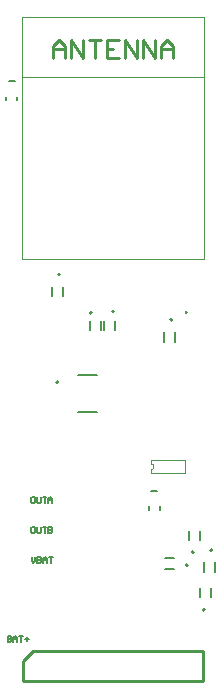
<source format=gbr>
%TF.GenerationSoftware,Altium Limited,Altium Designer,24.6.1 (21)*%
G04 Layer_Color=65535*
%FSLAX45Y45*%
%MOMM*%
%TF.SameCoordinates,189501FC-2F9B-42A0-9727-E85274D5E768*%
%TF.FilePolarity,Positive*%
%TF.FileFunction,Legend,Top*%
%TF.Part,Single*%
G01*
G75*
%TA.AperFunction,NonConductor*%
%ADD56C,0.20000*%
%ADD57C,0.10000*%
%ADD58C,0.25400*%
%ADD59C,0.12700*%
D56*
X464000Y2524500D02*
G03*
X464000Y2524500I-10000J0D01*
G01*
X1559600Y974800D02*
G03*
X1559600Y974800I-10000J0D01*
G01*
X1609800Y1085900D02*
G03*
X1609800Y1085900I-10000J0D01*
G01*
X1767700Y1104600D02*
G03*
X1767700Y1104600I-10000J0D01*
G01*
X1702300Y600400D02*
G03*
X1702300Y600400I-10000J0D01*
G01*
X1427700Y3054600D02*
G03*
X1427700Y3054600I-10000J0D01*
G01*
X480200Y3439100D02*
G03*
X480200Y3439100I-10000J0D01*
G01*
X936523Y3126756D02*
G03*
X936523Y3126756I-10000J0D01*
G01*
X747500Y3115000D02*
G03*
X747500Y3115000I-10000J0D01*
G01*
D57*
X1250000Y1786250D02*
G03*
X1250000Y1833750I0J23750D01*
G01*
X1535000Y1753500D02*
Y1867300D01*
X1250000D02*
X1321250D01*
X1463750D02*
X1535000D01*
X1250000Y1753500D02*
X1535000D01*
X1321250Y1867300D02*
X1463750D01*
X1250000Y1833750D02*
Y1867500D01*
Y1753500D02*
Y1786250D01*
X154999Y5109999D02*
X1695000Y5109998D01*
X154999Y5109999D02*
X155000Y3570000D01*
X1695000D02*
Y5109999D01*
X155000Y3570000D02*
X1695000Y3570000D01*
X154999Y5109999D02*
Y5619999D01*
X1694999D01*
X1695000Y5109998D01*
D58*
X1546036Y3117500D02*
G03*
X1546036Y3117500I-3535J0D01*
G01*
X163000Y-2000D02*
X1687000D01*
X163000D02*
Y168180D01*
X246820Y252000D02*
X1687000D01*
X163000Y168180D02*
X246820Y252000D01*
X1687000Y-2000D02*
Y252000D01*
X420399Y5275399D02*
Y5376967D01*
X471183Y5427750D01*
X521967Y5376967D01*
Y5275399D01*
Y5351575D01*
X420399D01*
X572750Y5275399D02*
Y5427750D01*
X674317Y5275399D01*
Y5427750D01*
X725101D02*
X826668D01*
X775884D01*
Y5275399D01*
X979019Y5427750D02*
X877452D01*
Y5275399D01*
X979019D01*
X877452Y5351575D02*
X928235D01*
X1029802Y5275399D02*
Y5427750D01*
X1131370Y5275399D01*
Y5427750D01*
X1182153Y5275399D02*
Y5427750D01*
X1283720Y5275399D01*
Y5427750D01*
X1334504Y5275399D02*
Y5376967D01*
X1385287Y5427750D01*
X1436071Y5376967D01*
Y5275399D01*
Y5351575D01*
X1334504D01*
D59*
X1249600Y1607200D02*
X1300400D01*
X1227500Y1448500D02*
Y1476500D01*
X1320000Y1448500D02*
Y1476500D01*
X20000Y4937000D02*
Y4944000D01*
Y4916000D02*
Y4923000D01*
X42500Y5075000D02*
X93300D01*
X20000Y4923000D02*
Y4937000D01*
X115000Y4917000D02*
Y4945000D01*
X628250Y2586500D02*
X790750D01*
X628250Y2273500D02*
X790750D01*
X1365000Y1034000D02*
X1445000D01*
X1365000Y941000D02*
X1445000D01*
X1659000Y1190500D02*
Y1270500D01*
X1566000Y1190500D02*
Y1270500D01*
X1698500Y920000D02*
Y1000000D01*
X1791500Y920000D02*
Y1000000D01*
X1751500Y705000D02*
Y785000D01*
X1658500Y705000D02*
Y785000D01*
X1358500Y2870000D02*
Y2950000D01*
X1451500Y2870000D02*
Y2950000D01*
X411000Y3254500D02*
Y3334500D01*
X504000Y3254500D02*
Y3334500D01*
X941500Y2967500D02*
Y3047500D01*
X848500Y2967500D02*
Y3047500D01*
X821500Y2967500D02*
Y3047500D01*
X728500Y2967500D02*
Y3047500D01*
X32700Y380184D02*
Y330200D01*
X57692D01*
X66022Y338531D01*
Y346861D01*
X57692Y355192D01*
X32700D01*
X57692D01*
X66022Y363523D01*
Y371853D01*
X57692Y380184D01*
X32700D01*
X82684Y330200D02*
Y363523D01*
X99345Y380184D01*
X116006Y363523D01*
Y330200D01*
Y355192D01*
X82684D01*
X132667Y380184D02*
X165990D01*
X149328D01*
Y330200D01*
X182651Y355192D02*
X215973D01*
X199312Y371853D02*
Y338531D01*
X235863Y1042492D02*
Y1009169D01*
X252525Y992508D01*
X269186Y1009169D01*
Y1042492D01*
X285847D02*
Y992508D01*
X310839D01*
X319170Y1000839D01*
Y1009169D01*
X310839Y1017500D01*
X285847D01*
X310839D01*
X319170Y1025831D01*
Y1034162D01*
X310839Y1042492D01*
X285847D01*
X335831Y992508D02*
Y1025831D01*
X352492Y1042492D01*
X369153Y1025831D01*
Y992508D01*
Y1017500D01*
X335831D01*
X385814Y1042492D02*
X419137D01*
X402475D01*
Y992508D01*
X254260Y1302184D02*
X237598D01*
X229268Y1293854D01*
Y1260531D01*
X237598Y1252201D01*
X254260D01*
X262590Y1260531D01*
Y1293854D01*
X254260Y1302184D01*
X279251D02*
Y1260531D01*
X287582Y1252201D01*
X304243D01*
X312574Y1260531D01*
Y1302184D01*
X329235D02*
X362558D01*
X345896D01*
Y1252201D01*
X379219Y1302184D02*
Y1252201D01*
X404211D01*
X412541Y1260531D01*
Y1268862D01*
X404211Y1277193D01*
X379219D01*
X404211D01*
X412541Y1285523D01*
Y1293854D01*
X404211Y1302184D01*
X379219D01*
X254286Y1551184D02*
X237625D01*
X229294Y1542854D01*
Y1509531D01*
X237625Y1501201D01*
X254286D01*
X262616Y1509531D01*
Y1542854D01*
X254286Y1551184D01*
X279278D02*
Y1509531D01*
X287608Y1501201D01*
X304269D01*
X312600Y1509531D01*
Y1551184D01*
X329261D02*
X362584D01*
X345922D01*
Y1501201D01*
X379245D02*
Y1534523D01*
X395906Y1551184D01*
X412567Y1534523D01*
Y1501201D01*
Y1526193D01*
X379245D01*
%TF.MD5,136fd59dd46069144dc79ac76aa9118b*%
M02*

</source>
